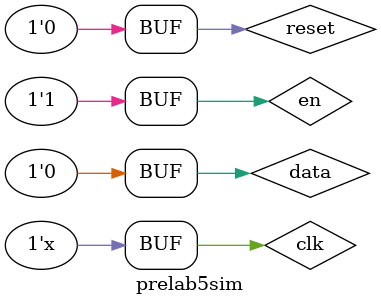
<source format=v>
`timescale 1ns/1ps

module prelab5sim();

    reg data, clk, en, reset;
    wire[11:0] command;
    
    lab5shifttop s1(data, clk, en, reset, command);
    
    always #5 clk = ~clk;
    
    initial begin
    
    data = 1; clk = 0; en = 0; reset = 1;
    #10 reset = 0; en = 1; 
    #20 data = 0;
    #100 data = 1;
    #10 data = 0;
    #50 data = 1;
    #10 data = 0;
    #30 data = 1;
    #10 data = 0;
    #30 data = 1;
    #10 data = 0;
    #50 data = 1;
    #10 data = 0;
    #30 data = 1;
    #10 data = 0;
    #30 data = 1;
    #10 data = 0;
    #30 data = 1;
    #10 data = 0;
    #50 data = 1;
    #10 data = 0;
    #30 data = 1;
    #10 data = 0;
    #30 data = 1;
    #10 data = 0;
    #30 data = 1;
    #10 data = 0;
    #30 data = 1;
    #10 data = 0;
    
    end
endmodule
    
    
    
</source>
